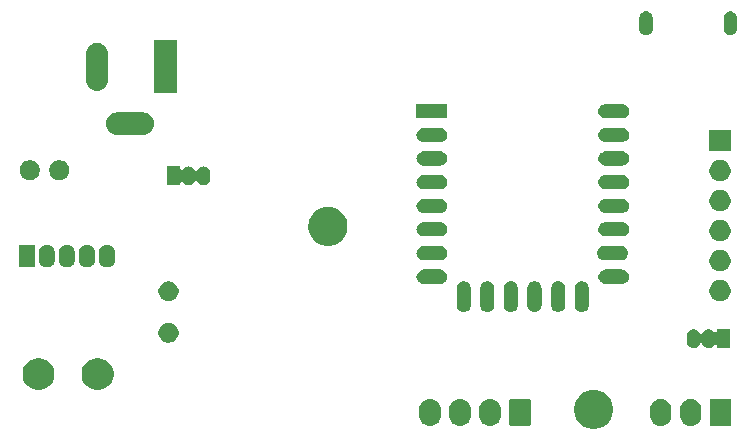
<source format=gbr>
G04 #@! TF.GenerationSoftware,KiCad,Pcbnew,(5.1.5)-3*
G04 #@! TF.CreationDate,2022-01-28T21:11:19+01:00*
G04 #@! TF.ProjectId,fanControl,66616e43-6f6e-4747-926f-6c2e6b696361,rev?*
G04 #@! TF.SameCoordinates,Original*
G04 #@! TF.FileFunction,Soldermask,Bot*
G04 #@! TF.FilePolarity,Negative*
%FSLAX46Y46*%
G04 Gerber Fmt 4.6, Leading zero omitted, Abs format (unit mm)*
G04 Created by KiCad (PCBNEW (5.1.5)-3) date 2022-01-28 21:11:19*
%MOMM*%
%LPD*%
G04 APERTURE LIST*
%ADD10C,0.100000*%
G04 APERTURE END LIST*
D10*
G36*
X193875256Y-89641298D02*
G01*
X193981579Y-89662447D01*
X194282042Y-89786903D01*
X194552451Y-89967585D01*
X194782415Y-90197549D01*
X194963097Y-90467958D01*
X195087553Y-90768421D01*
X195151000Y-91087391D01*
X195151000Y-91412609D01*
X195087553Y-91731579D01*
X194963097Y-92032042D01*
X194782415Y-92302451D01*
X194552451Y-92532415D01*
X194282042Y-92713097D01*
X193981579Y-92837553D01*
X193875256Y-92858702D01*
X193662611Y-92901000D01*
X193337389Y-92901000D01*
X193124744Y-92858702D01*
X193018421Y-92837553D01*
X192717958Y-92713097D01*
X192447549Y-92532415D01*
X192217585Y-92302451D01*
X192036903Y-92032042D01*
X191912447Y-91731579D01*
X191849000Y-91412609D01*
X191849000Y-91087391D01*
X191912447Y-90768421D01*
X192036903Y-90467958D01*
X192217585Y-90197549D01*
X192447549Y-89967585D01*
X192717958Y-89786903D01*
X193018421Y-89662447D01*
X193124744Y-89641298D01*
X193337389Y-89599000D01*
X193662611Y-89599000D01*
X193875256Y-89641298D01*
G37*
G36*
X179810548Y-90362326D02*
G01*
X179984157Y-90414990D01*
X180144156Y-90500511D01*
X180158612Y-90512375D01*
X180284397Y-90615603D01*
X180363729Y-90712271D01*
X180399489Y-90755844D01*
X180485010Y-90915843D01*
X180537674Y-91089452D01*
X180551000Y-91224757D01*
X180551000Y-91775244D01*
X180537674Y-91910548D01*
X180485010Y-92084157D01*
X180399489Y-92244156D01*
X180363729Y-92287729D01*
X180284397Y-92384397D01*
X180144155Y-92499489D01*
X179984156Y-92585010D01*
X179810547Y-92637674D01*
X179630000Y-92655456D01*
X179449452Y-92637674D01*
X179275843Y-92585010D01*
X179115844Y-92499489D01*
X179072271Y-92463729D01*
X178975603Y-92384397D01*
X178860511Y-92244155D01*
X178774991Y-92084158D01*
X178774990Y-92084156D01*
X178722326Y-91910547D01*
X178709000Y-91775243D01*
X178709000Y-91224756D01*
X178722326Y-91089452D01*
X178774990Y-90915843D01*
X178860512Y-90755844D01*
X178870832Y-90743269D01*
X178975604Y-90615603D01*
X179101389Y-90512375D01*
X179115845Y-90500511D01*
X179275844Y-90414990D01*
X179449453Y-90362326D01*
X179630000Y-90344544D01*
X179810548Y-90362326D01*
G37*
G36*
X184890548Y-90362326D02*
G01*
X185064157Y-90414990D01*
X185224156Y-90500511D01*
X185238612Y-90512375D01*
X185364397Y-90615603D01*
X185443729Y-90712271D01*
X185479489Y-90755844D01*
X185565010Y-90915843D01*
X185617674Y-91089452D01*
X185631000Y-91224757D01*
X185631000Y-91775244D01*
X185617674Y-91910548D01*
X185565010Y-92084157D01*
X185479489Y-92244156D01*
X185443729Y-92287729D01*
X185364397Y-92384397D01*
X185224155Y-92499489D01*
X185064156Y-92585010D01*
X184890547Y-92637674D01*
X184710000Y-92655456D01*
X184529452Y-92637674D01*
X184355843Y-92585010D01*
X184195844Y-92499489D01*
X184152271Y-92463729D01*
X184055603Y-92384397D01*
X183940511Y-92244155D01*
X183854991Y-92084158D01*
X183854990Y-92084156D01*
X183802326Y-91910547D01*
X183789000Y-91775243D01*
X183789000Y-91224756D01*
X183802326Y-91089452D01*
X183854990Y-90915843D01*
X183940512Y-90755844D01*
X183950832Y-90743269D01*
X184055604Y-90615603D01*
X184181389Y-90512375D01*
X184195845Y-90500511D01*
X184355844Y-90414990D01*
X184529453Y-90362326D01*
X184710000Y-90344544D01*
X184890548Y-90362326D01*
G37*
G36*
X182350548Y-90362326D02*
G01*
X182524157Y-90414990D01*
X182684156Y-90500511D01*
X182698612Y-90512375D01*
X182824397Y-90615603D01*
X182903729Y-90712271D01*
X182939489Y-90755844D01*
X183025010Y-90915843D01*
X183077674Y-91089452D01*
X183091000Y-91224757D01*
X183091000Y-91775244D01*
X183077674Y-91910548D01*
X183025010Y-92084157D01*
X182939489Y-92244156D01*
X182903729Y-92287729D01*
X182824397Y-92384397D01*
X182684155Y-92499489D01*
X182524156Y-92585010D01*
X182350547Y-92637674D01*
X182170000Y-92655456D01*
X181989452Y-92637674D01*
X181815843Y-92585010D01*
X181655844Y-92499489D01*
X181612271Y-92463729D01*
X181515603Y-92384397D01*
X181400511Y-92244155D01*
X181314991Y-92084158D01*
X181314990Y-92084156D01*
X181262326Y-91910547D01*
X181249000Y-91775243D01*
X181249000Y-91224756D01*
X181262326Y-91089452D01*
X181314990Y-90915843D01*
X181400512Y-90755844D01*
X181410832Y-90743269D01*
X181515604Y-90615603D01*
X181641389Y-90512375D01*
X181655845Y-90500511D01*
X181815844Y-90414990D01*
X181989453Y-90362326D01*
X182170000Y-90344544D01*
X182350548Y-90362326D01*
G37*
G36*
X199350548Y-90362326D02*
G01*
X199524157Y-90414990D01*
X199684156Y-90500511D01*
X199698612Y-90512375D01*
X199824397Y-90615603D01*
X199903729Y-90712271D01*
X199939489Y-90755844D01*
X200025010Y-90915843D01*
X200077674Y-91089452D01*
X200091000Y-91224757D01*
X200091000Y-91775244D01*
X200077674Y-91910548D01*
X200025010Y-92084157D01*
X199939489Y-92244156D01*
X199903729Y-92287729D01*
X199824397Y-92384397D01*
X199684155Y-92499489D01*
X199524156Y-92585010D01*
X199350547Y-92637674D01*
X199170000Y-92655456D01*
X198989452Y-92637674D01*
X198815843Y-92585010D01*
X198655844Y-92499489D01*
X198612271Y-92463729D01*
X198515603Y-92384397D01*
X198400511Y-92244155D01*
X198314991Y-92084158D01*
X198314990Y-92084156D01*
X198262326Y-91910547D01*
X198249000Y-91775243D01*
X198249000Y-91224756D01*
X198262326Y-91089452D01*
X198314990Y-90915843D01*
X198400512Y-90755844D01*
X198410832Y-90743269D01*
X198515604Y-90615603D01*
X198641389Y-90512375D01*
X198655845Y-90500511D01*
X198815844Y-90414990D01*
X198989453Y-90362326D01*
X199170000Y-90344544D01*
X199350548Y-90362326D01*
G37*
G36*
X201890548Y-90362326D02*
G01*
X202064157Y-90414990D01*
X202224156Y-90500511D01*
X202238612Y-90512375D01*
X202364397Y-90615603D01*
X202443729Y-90712271D01*
X202479489Y-90755844D01*
X202565010Y-90915843D01*
X202617674Y-91089452D01*
X202631000Y-91224757D01*
X202631000Y-91775244D01*
X202617674Y-91910548D01*
X202565010Y-92084157D01*
X202479489Y-92244156D01*
X202443729Y-92287729D01*
X202364397Y-92384397D01*
X202224155Y-92499489D01*
X202064156Y-92585010D01*
X201890547Y-92637674D01*
X201710000Y-92655456D01*
X201529452Y-92637674D01*
X201355843Y-92585010D01*
X201195844Y-92499489D01*
X201152271Y-92463729D01*
X201055603Y-92384397D01*
X200940511Y-92244155D01*
X200854991Y-92084158D01*
X200854990Y-92084156D01*
X200802326Y-91910547D01*
X200789000Y-91775243D01*
X200789000Y-91224756D01*
X200802326Y-91089452D01*
X200854990Y-90915843D01*
X200940512Y-90755844D01*
X200950832Y-90743269D01*
X201055604Y-90615603D01*
X201181389Y-90512375D01*
X201195845Y-90500511D01*
X201355844Y-90414990D01*
X201529453Y-90362326D01*
X201710000Y-90344544D01*
X201890548Y-90362326D01*
G37*
G36*
X205029561Y-90352966D02*
G01*
X205062383Y-90362923D01*
X205092632Y-90379092D01*
X205119148Y-90400852D01*
X205140908Y-90427368D01*
X205157077Y-90457617D01*
X205167034Y-90490439D01*
X205171000Y-90530713D01*
X205171000Y-92469287D01*
X205167034Y-92509561D01*
X205157077Y-92542383D01*
X205140908Y-92572632D01*
X205119148Y-92599148D01*
X205092632Y-92620908D01*
X205062383Y-92637077D01*
X205029561Y-92647034D01*
X204989287Y-92651000D01*
X203510713Y-92651000D01*
X203470439Y-92647034D01*
X203437617Y-92637077D01*
X203407368Y-92620908D01*
X203380852Y-92599148D01*
X203359092Y-92572632D01*
X203342923Y-92542383D01*
X203332966Y-92509561D01*
X203329000Y-92469287D01*
X203329000Y-90530713D01*
X203332966Y-90490439D01*
X203342923Y-90457617D01*
X203359092Y-90427368D01*
X203380852Y-90400852D01*
X203407368Y-90379092D01*
X203437617Y-90362923D01*
X203470439Y-90352966D01*
X203510713Y-90349000D01*
X204989287Y-90349000D01*
X205029561Y-90352966D01*
G37*
G36*
X188029561Y-90352966D02*
G01*
X188062383Y-90362923D01*
X188092632Y-90379092D01*
X188119148Y-90400852D01*
X188140908Y-90427368D01*
X188157077Y-90457617D01*
X188167034Y-90490439D01*
X188171000Y-90530713D01*
X188171000Y-92469287D01*
X188167034Y-92509561D01*
X188157077Y-92542383D01*
X188140908Y-92572632D01*
X188119148Y-92599148D01*
X188092632Y-92620908D01*
X188062383Y-92637077D01*
X188029561Y-92647034D01*
X187989287Y-92651000D01*
X186510713Y-92651000D01*
X186470439Y-92647034D01*
X186437617Y-92637077D01*
X186407368Y-92620908D01*
X186380852Y-92599148D01*
X186359092Y-92572632D01*
X186342923Y-92542383D01*
X186332966Y-92509561D01*
X186329000Y-92469287D01*
X186329000Y-90530713D01*
X186332966Y-90490439D01*
X186342923Y-90457617D01*
X186359092Y-90427368D01*
X186380852Y-90400852D01*
X186407368Y-90379092D01*
X186437617Y-90362923D01*
X186470439Y-90352966D01*
X186510713Y-90349000D01*
X187989287Y-90349000D01*
X188029561Y-90352966D01*
G37*
G36*
X146894072Y-86950918D02*
G01*
X147139939Y-87052759D01*
X147361212Y-87200610D01*
X147549390Y-87388788D01*
X147697241Y-87610061D01*
X147799082Y-87855928D01*
X147851000Y-88116938D01*
X147851000Y-88383062D01*
X147799082Y-88644072D01*
X147697241Y-88889939D01*
X147549390Y-89111212D01*
X147361212Y-89299390D01*
X147139939Y-89447241D01*
X147139938Y-89447242D01*
X147139937Y-89447242D01*
X146894072Y-89549082D01*
X146633063Y-89601000D01*
X146366937Y-89601000D01*
X146105928Y-89549082D01*
X145860063Y-89447242D01*
X145860062Y-89447242D01*
X145860061Y-89447241D01*
X145638788Y-89299390D01*
X145450610Y-89111212D01*
X145302759Y-88889939D01*
X145200918Y-88644072D01*
X145149000Y-88383062D01*
X145149000Y-88116938D01*
X145200918Y-87855928D01*
X145302759Y-87610061D01*
X145450610Y-87388788D01*
X145638788Y-87200610D01*
X145860061Y-87052759D01*
X146105928Y-86950918D01*
X146366937Y-86899000D01*
X146633063Y-86899000D01*
X146894072Y-86950918D01*
G37*
G36*
X151894072Y-86950918D02*
G01*
X152139939Y-87052759D01*
X152361212Y-87200610D01*
X152549390Y-87388788D01*
X152697241Y-87610061D01*
X152799082Y-87855928D01*
X152851000Y-88116938D01*
X152851000Y-88383062D01*
X152799082Y-88644072D01*
X152697241Y-88889939D01*
X152549390Y-89111212D01*
X152361212Y-89299390D01*
X152139939Y-89447241D01*
X152139938Y-89447242D01*
X152139937Y-89447242D01*
X151894072Y-89549082D01*
X151633063Y-89601000D01*
X151366937Y-89601000D01*
X151105928Y-89549082D01*
X150860063Y-89447242D01*
X150860062Y-89447242D01*
X150860061Y-89447241D01*
X150638788Y-89299390D01*
X150450610Y-89111212D01*
X150302759Y-88889939D01*
X150200918Y-88644072D01*
X150149000Y-88383062D01*
X150149000Y-88116938D01*
X150200918Y-87855928D01*
X150302759Y-87610061D01*
X150450610Y-87388788D01*
X150638788Y-87200610D01*
X150860061Y-87052759D01*
X151105928Y-86950918D01*
X151366937Y-86899000D01*
X151633063Y-86899000D01*
X151894072Y-86950918D01*
G37*
G36*
X203342916Y-84457334D02*
G01*
X203451492Y-84490271D01*
X203451495Y-84490272D01*
X203487601Y-84509571D01*
X203551557Y-84543756D01*
X203639264Y-84615736D01*
X203702383Y-84692646D01*
X203719702Y-84709965D01*
X203740077Y-84723579D01*
X203762716Y-84732957D01*
X203786749Y-84737737D01*
X203811253Y-84737737D01*
X203835286Y-84732957D01*
X203857925Y-84723579D01*
X203878299Y-84709966D01*
X203895626Y-84692639D01*
X203909240Y-84672264D01*
X203918618Y-84649625D01*
X203923398Y-84625592D01*
X203924000Y-84613340D01*
X203924000Y-84449000D01*
X205076000Y-84449000D01*
X205076000Y-86051000D01*
X203924000Y-86051000D01*
X203924000Y-85886660D01*
X203921598Y-85862274D01*
X203914485Y-85838825D01*
X203902934Y-85817214D01*
X203887389Y-85798272D01*
X203868447Y-85782727D01*
X203846836Y-85771176D01*
X203823387Y-85764063D01*
X203799001Y-85761661D01*
X203774615Y-85764063D01*
X203751166Y-85771176D01*
X203729555Y-85782727D01*
X203702381Y-85807356D01*
X203639264Y-85884264D01*
X203551556Y-85956244D01*
X203487600Y-85990429D01*
X203451494Y-86009728D01*
X203451491Y-86009729D01*
X203342915Y-86042666D01*
X203230000Y-86053787D01*
X203117084Y-86042666D01*
X203008508Y-86009729D01*
X203008505Y-86009728D01*
X202972399Y-85990429D01*
X202908443Y-85956244D01*
X202820736Y-85884264D01*
X202748756Y-85796556D01*
X202705239Y-85715140D01*
X202691625Y-85694766D01*
X202674298Y-85677439D01*
X202653924Y-85663825D01*
X202631285Y-85654448D01*
X202607251Y-85649668D01*
X202582747Y-85649668D01*
X202558714Y-85654449D01*
X202536075Y-85663826D01*
X202515701Y-85677440D01*
X202498374Y-85694767D01*
X202484762Y-85715140D01*
X202441244Y-85796557D01*
X202369264Y-85884264D01*
X202281556Y-85956244D01*
X202217600Y-85990429D01*
X202181494Y-86009728D01*
X202181491Y-86009729D01*
X202072915Y-86042666D01*
X201960000Y-86053787D01*
X201847084Y-86042666D01*
X201738508Y-86009729D01*
X201738505Y-86009728D01*
X201702399Y-85990429D01*
X201638443Y-85956244D01*
X201550736Y-85884264D01*
X201478756Y-85796556D01*
X201435239Y-85715140D01*
X201425272Y-85696494D01*
X201419492Y-85677440D01*
X201392334Y-85587915D01*
X201384000Y-85503297D01*
X201384000Y-84996702D01*
X201392334Y-84912084D01*
X201425271Y-84803508D01*
X201425272Y-84803505D01*
X201478756Y-84703445D01*
X201478757Y-84703443D01*
X201550737Y-84615736D01*
X201638444Y-84543756D01*
X201702400Y-84509571D01*
X201738506Y-84490272D01*
X201738509Y-84490271D01*
X201847085Y-84457334D01*
X201960000Y-84446213D01*
X202072916Y-84457334D01*
X202181492Y-84490271D01*
X202181495Y-84490272D01*
X202217601Y-84509571D01*
X202281557Y-84543756D01*
X202369264Y-84615736D01*
X202441244Y-84703443D01*
X202457019Y-84732957D01*
X202484761Y-84784859D01*
X202498375Y-84805234D01*
X202515702Y-84822561D01*
X202536076Y-84836174D01*
X202558715Y-84845552D01*
X202582748Y-84850332D01*
X202607252Y-84850332D01*
X202631285Y-84845552D01*
X202653924Y-84836174D01*
X202674299Y-84822560D01*
X202691626Y-84805233D01*
X202705239Y-84784859D01*
X202748756Y-84703445D01*
X202748757Y-84703443D01*
X202820737Y-84615736D01*
X202908444Y-84543756D01*
X202972400Y-84509571D01*
X203008506Y-84490272D01*
X203008509Y-84490271D01*
X203117085Y-84457334D01*
X203230000Y-84446213D01*
X203342916Y-84457334D01*
G37*
G36*
X157748228Y-83931703D02*
G01*
X157903100Y-83995853D01*
X158042481Y-84088985D01*
X158161015Y-84207519D01*
X158254147Y-84346900D01*
X158318297Y-84501772D01*
X158351000Y-84666184D01*
X158351000Y-84833816D01*
X158318297Y-84998228D01*
X158254147Y-85153100D01*
X158161015Y-85292481D01*
X158042481Y-85411015D01*
X157903100Y-85504147D01*
X157748228Y-85568297D01*
X157583816Y-85601000D01*
X157416184Y-85601000D01*
X157251772Y-85568297D01*
X157096900Y-85504147D01*
X156957519Y-85411015D01*
X156838985Y-85292481D01*
X156745853Y-85153100D01*
X156681703Y-84998228D01*
X156649000Y-84833816D01*
X156649000Y-84666184D01*
X156681703Y-84501772D01*
X156745853Y-84346900D01*
X156838985Y-84207519D01*
X156957519Y-84088985D01*
X157096900Y-83995853D01*
X157251772Y-83931703D01*
X157416184Y-83899000D01*
X157583816Y-83899000D01*
X157748228Y-83931703D01*
G37*
G36*
X192607817Y-80407696D02*
G01*
X192721104Y-80442062D01*
X192825511Y-80497869D01*
X192825513Y-80497870D01*
X192825512Y-80497870D01*
X192917027Y-80572973D01*
X192960254Y-80625646D01*
X192992131Y-80664488D01*
X193047938Y-80768895D01*
X193082304Y-80882182D01*
X193091000Y-80970481D01*
X193091000Y-82429519D01*
X193082304Y-82517818D01*
X193047938Y-82631105D01*
X192992131Y-82735512D01*
X192917027Y-82827027D01*
X192825512Y-82902131D01*
X192721105Y-82957938D01*
X192607818Y-82992304D01*
X192490000Y-83003907D01*
X192372183Y-82992304D01*
X192258896Y-82957938D01*
X192154489Y-82902131D01*
X192062974Y-82827027D01*
X191987870Y-82735512D01*
X191932063Y-82631105D01*
X191897697Y-82517818D01*
X191889001Y-82429519D01*
X191889000Y-80970482D01*
X191897696Y-80882183D01*
X191932062Y-80768896D01*
X191987869Y-80664489D01*
X192001338Y-80648077D01*
X192062973Y-80572973D01*
X192154487Y-80497870D01*
X192154486Y-80497870D01*
X192154488Y-80497869D01*
X192258895Y-80442062D01*
X192372182Y-80407696D01*
X192490000Y-80396093D01*
X192607817Y-80407696D01*
G37*
G36*
X184607817Y-80407696D02*
G01*
X184721104Y-80442062D01*
X184825511Y-80497869D01*
X184825513Y-80497870D01*
X184825512Y-80497870D01*
X184917027Y-80572973D01*
X184960254Y-80625646D01*
X184992131Y-80664488D01*
X185047938Y-80768895D01*
X185082304Y-80882182D01*
X185091000Y-80970481D01*
X185091000Y-82429519D01*
X185082304Y-82517818D01*
X185047938Y-82631105D01*
X184992131Y-82735512D01*
X184917027Y-82827027D01*
X184825512Y-82902131D01*
X184721105Y-82957938D01*
X184607818Y-82992304D01*
X184490000Y-83003907D01*
X184372183Y-82992304D01*
X184258896Y-82957938D01*
X184154489Y-82902131D01*
X184062974Y-82827027D01*
X183987870Y-82735512D01*
X183932063Y-82631105D01*
X183897697Y-82517818D01*
X183889001Y-82429519D01*
X183889000Y-80970482D01*
X183897696Y-80882183D01*
X183932062Y-80768896D01*
X183987869Y-80664489D01*
X184001338Y-80648077D01*
X184062973Y-80572973D01*
X184154487Y-80497870D01*
X184154486Y-80497870D01*
X184154488Y-80497869D01*
X184258895Y-80442062D01*
X184372182Y-80407696D01*
X184490000Y-80396093D01*
X184607817Y-80407696D01*
G37*
G36*
X182607817Y-80407696D02*
G01*
X182721104Y-80442062D01*
X182825511Y-80497869D01*
X182825513Y-80497870D01*
X182825512Y-80497870D01*
X182917027Y-80572973D01*
X182960254Y-80625646D01*
X182992131Y-80664488D01*
X183047938Y-80768895D01*
X183082304Y-80882182D01*
X183091000Y-80970481D01*
X183091000Y-82429519D01*
X183082304Y-82517818D01*
X183047938Y-82631105D01*
X182992131Y-82735512D01*
X182917027Y-82827027D01*
X182825512Y-82902131D01*
X182721105Y-82957938D01*
X182607818Y-82992304D01*
X182490000Y-83003907D01*
X182372183Y-82992304D01*
X182258896Y-82957938D01*
X182154489Y-82902131D01*
X182062974Y-82827027D01*
X181987870Y-82735512D01*
X181932063Y-82631105D01*
X181897697Y-82517818D01*
X181889001Y-82429519D01*
X181889000Y-80970482D01*
X181897696Y-80882183D01*
X181932062Y-80768896D01*
X181987869Y-80664489D01*
X182001338Y-80648077D01*
X182062973Y-80572973D01*
X182154487Y-80497870D01*
X182154486Y-80497870D01*
X182154488Y-80497869D01*
X182258895Y-80442062D01*
X182372182Y-80407696D01*
X182490000Y-80396093D01*
X182607817Y-80407696D01*
G37*
G36*
X186607817Y-80407696D02*
G01*
X186721104Y-80442062D01*
X186825511Y-80497869D01*
X186825513Y-80497870D01*
X186825512Y-80497870D01*
X186917027Y-80572973D01*
X186960254Y-80625646D01*
X186992131Y-80664488D01*
X187047938Y-80768895D01*
X187082304Y-80882182D01*
X187091000Y-80970481D01*
X187091000Y-82429519D01*
X187082304Y-82517818D01*
X187047938Y-82631105D01*
X186992131Y-82735512D01*
X186917027Y-82827027D01*
X186825512Y-82902131D01*
X186721105Y-82957938D01*
X186607818Y-82992304D01*
X186490000Y-83003907D01*
X186372183Y-82992304D01*
X186258896Y-82957938D01*
X186154489Y-82902131D01*
X186062974Y-82827027D01*
X185987870Y-82735512D01*
X185932063Y-82631105D01*
X185897697Y-82517818D01*
X185889001Y-82429519D01*
X185889000Y-80970482D01*
X185897696Y-80882183D01*
X185932062Y-80768896D01*
X185987869Y-80664489D01*
X186001338Y-80648077D01*
X186062973Y-80572973D01*
X186154487Y-80497870D01*
X186154486Y-80497870D01*
X186154488Y-80497869D01*
X186258895Y-80442062D01*
X186372182Y-80407696D01*
X186490000Y-80396093D01*
X186607817Y-80407696D01*
G37*
G36*
X190607817Y-80407696D02*
G01*
X190721104Y-80442062D01*
X190825511Y-80497869D01*
X190825513Y-80497870D01*
X190825512Y-80497870D01*
X190917027Y-80572973D01*
X190960254Y-80625646D01*
X190992131Y-80664488D01*
X191047938Y-80768895D01*
X191082304Y-80882182D01*
X191091000Y-80970481D01*
X191091000Y-82429519D01*
X191082304Y-82517818D01*
X191047938Y-82631105D01*
X190992131Y-82735512D01*
X190917027Y-82827027D01*
X190825512Y-82902131D01*
X190721105Y-82957938D01*
X190607818Y-82992304D01*
X190490000Y-83003907D01*
X190372183Y-82992304D01*
X190258896Y-82957938D01*
X190154489Y-82902131D01*
X190062974Y-82827027D01*
X189987870Y-82735512D01*
X189932063Y-82631105D01*
X189897697Y-82517818D01*
X189889001Y-82429519D01*
X189889000Y-80970482D01*
X189897696Y-80882183D01*
X189932062Y-80768896D01*
X189987869Y-80664489D01*
X190001338Y-80648077D01*
X190062973Y-80572973D01*
X190154487Y-80497870D01*
X190154486Y-80497870D01*
X190154488Y-80497869D01*
X190258895Y-80442062D01*
X190372182Y-80407696D01*
X190490000Y-80396093D01*
X190607817Y-80407696D01*
G37*
G36*
X188607817Y-80407696D02*
G01*
X188721104Y-80442062D01*
X188825511Y-80497869D01*
X188825513Y-80497870D01*
X188825512Y-80497870D01*
X188917027Y-80572973D01*
X188960254Y-80625646D01*
X188992131Y-80664488D01*
X189047938Y-80768895D01*
X189082304Y-80882182D01*
X189091000Y-80970481D01*
X189091000Y-82429519D01*
X189082304Y-82517818D01*
X189047938Y-82631105D01*
X188992131Y-82735512D01*
X188917027Y-82827027D01*
X188825512Y-82902131D01*
X188721105Y-82957938D01*
X188607818Y-82992304D01*
X188490000Y-83003907D01*
X188372183Y-82992304D01*
X188258896Y-82957938D01*
X188154489Y-82902131D01*
X188062974Y-82827027D01*
X187987870Y-82735512D01*
X187932063Y-82631105D01*
X187897697Y-82517818D01*
X187889001Y-82429519D01*
X187889000Y-80970482D01*
X187897696Y-80882183D01*
X187932062Y-80768896D01*
X187987869Y-80664489D01*
X188001338Y-80648077D01*
X188062973Y-80572973D01*
X188154487Y-80497870D01*
X188154486Y-80497870D01*
X188154488Y-80497869D01*
X188258895Y-80442062D01*
X188372182Y-80407696D01*
X188490000Y-80396093D01*
X188607817Y-80407696D01*
G37*
G36*
X157748228Y-80431703D02*
G01*
X157903100Y-80495853D01*
X158042481Y-80588985D01*
X158161015Y-80707519D01*
X158254147Y-80846900D01*
X158318297Y-81001772D01*
X158351000Y-81166184D01*
X158351000Y-81333816D01*
X158318297Y-81498228D01*
X158254147Y-81653100D01*
X158161015Y-81792481D01*
X158042481Y-81911015D01*
X157903100Y-82004147D01*
X157748228Y-82068297D01*
X157583816Y-82101000D01*
X157416184Y-82101000D01*
X157251772Y-82068297D01*
X157096900Y-82004147D01*
X156957519Y-81911015D01*
X156838985Y-81792481D01*
X156745853Y-81653100D01*
X156681703Y-81498228D01*
X156649000Y-81333816D01*
X156649000Y-81166184D01*
X156681703Y-81001772D01*
X156745853Y-80846900D01*
X156838985Y-80707519D01*
X156957519Y-80588985D01*
X157096900Y-80495853D01*
X157251772Y-80431703D01*
X157416184Y-80399000D01*
X157583816Y-80399000D01*
X157748228Y-80431703D01*
G37*
G36*
X204313512Y-80303927D02*
G01*
X204462812Y-80333624D01*
X204626784Y-80401544D01*
X204774354Y-80500147D01*
X204899853Y-80625646D01*
X204998456Y-80773216D01*
X205066376Y-80937188D01*
X205101000Y-81111259D01*
X205101000Y-81288741D01*
X205066376Y-81462812D01*
X204998456Y-81626784D01*
X204899853Y-81774354D01*
X204774354Y-81899853D01*
X204626784Y-81998456D01*
X204462812Y-82066376D01*
X204313512Y-82096073D01*
X204288742Y-82101000D01*
X204111258Y-82101000D01*
X204086488Y-82096073D01*
X203937188Y-82066376D01*
X203773216Y-81998456D01*
X203625646Y-81899853D01*
X203500147Y-81774354D01*
X203401544Y-81626784D01*
X203333624Y-81462812D01*
X203299000Y-81288741D01*
X203299000Y-81111259D01*
X203333624Y-80937188D01*
X203401544Y-80773216D01*
X203500147Y-80625646D01*
X203625646Y-80500147D01*
X203773216Y-80401544D01*
X203937188Y-80333624D01*
X204086488Y-80303927D01*
X204111258Y-80299000D01*
X204288742Y-80299000D01*
X204313512Y-80303927D01*
G37*
G36*
X196017818Y-79407696D02*
G01*
X196131105Y-79442062D01*
X196235512Y-79497869D01*
X196327027Y-79572973D01*
X196402131Y-79664488D01*
X196457938Y-79768895D01*
X196492304Y-79882182D01*
X196503907Y-80000000D01*
X196492304Y-80117818D01*
X196457938Y-80231105D01*
X196402131Y-80335512D01*
X196327027Y-80427027D01*
X196235512Y-80502131D01*
X196131105Y-80557938D01*
X196017818Y-80592304D01*
X195929519Y-80601000D01*
X194470481Y-80601000D01*
X194382182Y-80592304D01*
X194268895Y-80557938D01*
X194164488Y-80502131D01*
X194072973Y-80427027D01*
X193997869Y-80335512D01*
X193942062Y-80231105D01*
X193907696Y-80117818D01*
X193896093Y-80000000D01*
X193907696Y-79882182D01*
X193942062Y-79768895D01*
X193997869Y-79664488D01*
X194072973Y-79572973D01*
X194164488Y-79497869D01*
X194268895Y-79442062D01*
X194382182Y-79407696D01*
X194470481Y-79399000D01*
X195929519Y-79399000D01*
X196017818Y-79407696D01*
G37*
G36*
X180617818Y-79407696D02*
G01*
X180731105Y-79442062D01*
X180835512Y-79497869D01*
X180927027Y-79572973D01*
X181002131Y-79664488D01*
X181057938Y-79768895D01*
X181092304Y-79882182D01*
X181103907Y-80000000D01*
X181092304Y-80117818D01*
X181057938Y-80231105D01*
X181002131Y-80335512D01*
X180927027Y-80427027D01*
X180835512Y-80502131D01*
X180731105Y-80557938D01*
X180617818Y-80592304D01*
X180529519Y-80601000D01*
X179070481Y-80601000D01*
X178982182Y-80592304D01*
X178868895Y-80557938D01*
X178764488Y-80502131D01*
X178672973Y-80427027D01*
X178597869Y-80335512D01*
X178542062Y-80231105D01*
X178507696Y-80117818D01*
X178496093Y-80000000D01*
X178507696Y-79882182D01*
X178542062Y-79768895D01*
X178597869Y-79664488D01*
X178672973Y-79572973D01*
X178764488Y-79497869D01*
X178868895Y-79442062D01*
X178982182Y-79407696D01*
X179070481Y-79399000D01*
X180529519Y-79399000D01*
X180617818Y-79407696D01*
G37*
G36*
X204313512Y-77763927D02*
G01*
X204462812Y-77793624D01*
X204626784Y-77861544D01*
X204774354Y-77960147D01*
X204899853Y-78085646D01*
X204998456Y-78233216D01*
X205066376Y-78397188D01*
X205101000Y-78571259D01*
X205101000Y-78748741D01*
X205066376Y-78922812D01*
X204998456Y-79086784D01*
X204899853Y-79234354D01*
X204774354Y-79359853D01*
X204626784Y-79458456D01*
X204462812Y-79526376D01*
X204313512Y-79556073D01*
X204288742Y-79561000D01*
X204111258Y-79561000D01*
X204086488Y-79556073D01*
X203937188Y-79526376D01*
X203773216Y-79458456D01*
X203625646Y-79359853D01*
X203500147Y-79234354D01*
X203401544Y-79086784D01*
X203333624Y-78922812D01*
X203299000Y-78748741D01*
X203299000Y-78571259D01*
X203333624Y-78397188D01*
X203401544Y-78233216D01*
X203500147Y-78085646D01*
X203625646Y-77960147D01*
X203773216Y-77861544D01*
X203937188Y-77793624D01*
X204086488Y-77763927D01*
X204111258Y-77759000D01*
X204288742Y-77759000D01*
X204313512Y-77763927D01*
G37*
G36*
X150734969Y-77308962D02*
G01*
X150864751Y-77348331D01*
X150914144Y-77374733D01*
X150984359Y-77412263D01*
X151089199Y-77498302D01*
X151175237Y-77603140D01*
X151208028Y-77664487D01*
X151239169Y-77722748D01*
X151278538Y-77852530D01*
X151288500Y-77953679D01*
X151288500Y-78546321D01*
X151278538Y-78647470D01*
X151239169Y-78777252D01*
X151239166Y-78777257D01*
X151175237Y-78896860D01*
X151089199Y-79001699D01*
X150984360Y-79087737D01*
X150914145Y-79125267D01*
X150864752Y-79151669D01*
X150734970Y-79191038D01*
X150600000Y-79204331D01*
X150465031Y-79191038D01*
X150335249Y-79151669D01*
X150285856Y-79125267D01*
X150215641Y-79087737D01*
X150110802Y-79001699D01*
X150024765Y-78896862D01*
X150024764Y-78896861D01*
X149960831Y-78777252D01*
X149921462Y-78647470D01*
X149911500Y-78546321D01*
X149911500Y-77953680D01*
X149921462Y-77852531D01*
X149960831Y-77722749D01*
X150024764Y-77603140D01*
X150024765Y-77603139D01*
X150110802Y-77498301D01*
X150215640Y-77412263D01*
X150285855Y-77374733D01*
X150335248Y-77348331D01*
X150465030Y-77308962D01*
X150600000Y-77295669D01*
X150734969Y-77308962D01*
G37*
G36*
X152434969Y-77308962D02*
G01*
X152564751Y-77348331D01*
X152614144Y-77374733D01*
X152684359Y-77412263D01*
X152789199Y-77498302D01*
X152875237Y-77603140D01*
X152908028Y-77664487D01*
X152939169Y-77722748D01*
X152978538Y-77852530D01*
X152988500Y-77953679D01*
X152988500Y-78546321D01*
X152978538Y-78647470D01*
X152939169Y-78777252D01*
X152939166Y-78777257D01*
X152875237Y-78896860D01*
X152789199Y-79001699D01*
X152684360Y-79087737D01*
X152614145Y-79125267D01*
X152564752Y-79151669D01*
X152434970Y-79191038D01*
X152300000Y-79204331D01*
X152165031Y-79191038D01*
X152035249Y-79151669D01*
X151985856Y-79125267D01*
X151915641Y-79087737D01*
X151810802Y-79001699D01*
X151724765Y-78896862D01*
X151724764Y-78896861D01*
X151660831Y-78777252D01*
X151621462Y-78647470D01*
X151611500Y-78546321D01*
X151611500Y-77953680D01*
X151621462Y-77852531D01*
X151660831Y-77722749D01*
X151724764Y-77603140D01*
X151724765Y-77603139D01*
X151810802Y-77498301D01*
X151915640Y-77412263D01*
X151985855Y-77374733D01*
X152035248Y-77348331D01*
X152165030Y-77308962D01*
X152300000Y-77295669D01*
X152434969Y-77308962D01*
G37*
G36*
X149034969Y-77308962D02*
G01*
X149164751Y-77348331D01*
X149214144Y-77374733D01*
X149284359Y-77412263D01*
X149389199Y-77498302D01*
X149475237Y-77603140D01*
X149508028Y-77664487D01*
X149539169Y-77722748D01*
X149578538Y-77852530D01*
X149588500Y-77953679D01*
X149588500Y-78546321D01*
X149578538Y-78647470D01*
X149539169Y-78777252D01*
X149539166Y-78777257D01*
X149475237Y-78896860D01*
X149389199Y-79001699D01*
X149284360Y-79087737D01*
X149214145Y-79125267D01*
X149164752Y-79151669D01*
X149034970Y-79191038D01*
X148900000Y-79204331D01*
X148765031Y-79191038D01*
X148635249Y-79151669D01*
X148585856Y-79125267D01*
X148515641Y-79087737D01*
X148410802Y-79001699D01*
X148324765Y-78896862D01*
X148324764Y-78896861D01*
X148260831Y-78777252D01*
X148221462Y-78647470D01*
X148211500Y-78546321D01*
X148211500Y-77953680D01*
X148221462Y-77852531D01*
X148260831Y-77722749D01*
X148324764Y-77603140D01*
X148324765Y-77603139D01*
X148410802Y-77498301D01*
X148515640Y-77412263D01*
X148585855Y-77374733D01*
X148635248Y-77348331D01*
X148765030Y-77308962D01*
X148900000Y-77295669D01*
X149034969Y-77308962D01*
G37*
G36*
X147334969Y-77308962D02*
G01*
X147464751Y-77348331D01*
X147514144Y-77374733D01*
X147584359Y-77412263D01*
X147689199Y-77498302D01*
X147775237Y-77603140D01*
X147808028Y-77664487D01*
X147839169Y-77722748D01*
X147878538Y-77852530D01*
X147888500Y-77953679D01*
X147888500Y-78546321D01*
X147878538Y-78647470D01*
X147839169Y-78777252D01*
X147839166Y-78777257D01*
X147775237Y-78896860D01*
X147689199Y-79001699D01*
X147584360Y-79087737D01*
X147514145Y-79125267D01*
X147464752Y-79151669D01*
X147334970Y-79191038D01*
X147200000Y-79204331D01*
X147065031Y-79191038D01*
X146935249Y-79151669D01*
X146885856Y-79125267D01*
X146815641Y-79087737D01*
X146710802Y-79001699D01*
X146624765Y-78896862D01*
X146624764Y-78896861D01*
X146560831Y-78777252D01*
X146521462Y-78647470D01*
X146511500Y-78546321D01*
X146511500Y-77953680D01*
X146521462Y-77852531D01*
X146560831Y-77722749D01*
X146624764Y-77603140D01*
X146624765Y-77603139D01*
X146710802Y-77498301D01*
X146815640Y-77412263D01*
X146885855Y-77374733D01*
X146935248Y-77348331D01*
X147065030Y-77308962D01*
X147200000Y-77295669D01*
X147334969Y-77308962D01*
G37*
G36*
X146188500Y-79201000D02*
G01*
X144811500Y-79201000D01*
X144811500Y-77299000D01*
X146188500Y-77299000D01*
X146188500Y-79201000D01*
G37*
G36*
X180617818Y-77407696D02*
G01*
X180731105Y-77442062D01*
X180835512Y-77497869D01*
X180927027Y-77572973D01*
X181002131Y-77664488D01*
X181057938Y-77768895D01*
X181092304Y-77882182D01*
X181103907Y-78000000D01*
X181092304Y-78117818D01*
X181057938Y-78231105D01*
X181002131Y-78335512D01*
X180927027Y-78427027D01*
X180835512Y-78502131D01*
X180731105Y-78557938D01*
X180617818Y-78592304D01*
X180529519Y-78601000D01*
X179070481Y-78601000D01*
X178982182Y-78592304D01*
X178868895Y-78557938D01*
X178764488Y-78502131D01*
X178672973Y-78427027D01*
X178597869Y-78335512D01*
X178542062Y-78231105D01*
X178507696Y-78117818D01*
X178496093Y-78000000D01*
X178507696Y-77882182D01*
X178542062Y-77768895D01*
X178597869Y-77664488D01*
X178672973Y-77572973D01*
X178764488Y-77497869D01*
X178868895Y-77442062D01*
X178982182Y-77407696D01*
X179070481Y-77399000D01*
X180529519Y-77399000D01*
X180617818Y-77407696D01*
G37*
G36*
X195917818Y-77407696D02*
G01*
X196031105Y-77442062D01*
X196135512Y-77497869D01*
X196227027Y-77572973D01*
X196302131Y-77664488D01*
X196357938Y-77768895D01*
X196392304Y-77882182D01*
X196403907Y-78000000D01*
X196392304Y-78117818D01*
X196357938Y-78231105D01*
X196302131Y-78335512D01*
X196227027Y-78427027D01*
X196135512Y-78502131D01*
X196031105Y-78557938D01*
X195917818Y-78592304D01*
X195829519Y-78601000D01*
X194370481Y-78601000D01*
X194282182Y-78592304D01*
X194168895Y-78557938D01*
X194064488Y-78502131D01*
X193972973Y-78427027D01*
X193897869Y-78335512D01*
X193842062Y-78231105D01*
X193807696Y-78117818D01*
X193796093Y-78000000D01*
X193807696Y-77882182D01*
X193842062Y-77768895D01*
X193897869Y-77664488D01*
X193972973Y-77572973D01*
X194064488Y-77497869D01*
X194168895Y-77442062D01*
X194282182Y-77407696D01*
X194370481Y-77399000D01*
X195829519Y-77399000D01*
X195917818Y-77407696D01*
G37*
G36*
X171375256Y-74141298D02*
G01*
X171481579Y-74162447D01*
X171647334Y-74231105D01*
X171765020Y-74279852D01*
X171782042Y-74286903D01*
X172052451Y-74467585D01*
X172282415Y-74697549D01*
X172463097Y-74967958D01*
X172581424Y-75253624D01*
X172587553Y-75268422D01*
X172642697Y-75545646D01*
X172651000Y-75587391D01*
X172651000Y-75912609D01*
X172587553Y-76231579D01*
X172463097Y-76532042D01*
X172282415Y-76802451D01*
X172052451Y-77032415D01*
X171782042Y-77213097D01*
X171481579Y-77337553D01*
X171427394Y-77348331D01*
X171162611Y-77401000D01*
X170837389Y-77401000D01*
X170572606Y-77348331D01*
X170518421Y-77337553D01*
X170217958Y-77213097D01*
X169947549Y-77032415D01*
X169717585Y-76802451D01*
X169536903Y-76532042D01*
X169412447Y-76231579D01*
X169349000Y-75912609D01*
X169349000Y-75587391D01*
X169357304Y-75545646D01*
X169412447Y-75268422D01*
X169418577Y-75253624D01*
X169536903Y-74967958D01*
X169717585Y-74697549D01*
X169947549Y-74467585D01*
X170217958Y-74286903D01*
X170234981Y-74279852D01*
X170352666Y-74231105D01*
X170518421Y-74162447D01*
X170624744Y-74141298D01*
X170837389Y-74099000D01*
X171162611Y-74099000D01*
X171375256Y-74141298D01*
G37*
G36*
X204313512Y-75223927D02*
G01*
X204462812Y-75253624D01*
X204626784Y-75321544D01*
X204774354Y-75420147D01*
X204899853Y-75545646D01*
X204998456Y-75693216D01*
X205066376Y-75857188D01*
X205101000Y-76031259D01*
X205101000Y-76208741D01*
X205066376Y-76382812D01*
X204998456Y-76546784D01*
X204899853Y-76694354D01*
X204774354Y-76819853D01*
X204626784Y-76918456D01*
X204462812Y-76986376D01*
X204313512Y-77016073D01*
X204288742Y-77021000D01*
X204111258Y-77021000D01*
X204086488Y-77016073D01*
X203937188Y-76986376D01*
X203773216Y-76918456D01*
X203625646Y-76819853D01*
X203500147Y-76694354D01*
X203401544Y-76546784D01*
X203333624Y-76382812D01*
X203299000Y-76208741D01*
X203299000Y-76031259D01*
X203333624Y-75857188D01*
X203401544Y-75693216D01*
X203500147Y-75545646D01*
X203625646Y-75420147D01*
X203773216Y-75321544D01*
X203937188Y-75253624D01*
X204086488Y-75223927D01*
X204111258Y-75219000D01*
X204288742Y-75219000D01*
X204313512Y-75223927D01*
G37*
G36*
X180617818Y-75407696D02*
G01*
X180731105Y-75442062D01*
X180835512Y-75497869D01*
X180927027Y-75572973D01*
X181002131Y-75664488D01*
X181057938Y-75768895D01*
X181092304Y-75882182D01*
X181103907Y-76000000D01*
X181092304Y-76117818D01*
X181057938Y-76231105D01*
X181002131Y-76335512D01*
X180927027Y-76427027D01*
X180835512Y-76502131D01*
X180731105Y-76557938D01*
X180617818Y-76592304D01*
X180529519Y-76601000D01*
X179070481Y-76601000D01*
X178982182Y-76592304D01*
X178868895Y-76557938D01*
X178764488Y-76502131D01*
X178672973Y-76427027D01*
X178597869Y-76335512D01*
X178542062Y-76231105D01*
X178507696Y-76117818D01*
X178496093Y-76000000D01*
X178507696Y-75882182D01*
X178542062Y-75768895D01*
X178597869Y-75664488D01*
X178672973Y-75572973D01*
X178764488Y-75497869D01*
X178868895Y-75442062D01*
X178982182Y-75407696D01*
X179070481Y-75399000D01*
X180529519Y-75399000D01*
X180617818Y-75407696D01*
G37*
G36*
X196017818Y-75407696D02*
G01*
X196131105Y-75442062D01*
X196235512Y-75497869D01*
X196327027Y-75572973D01*
X196402131Y-75664488D01*
X196457938Y-75768895D01*
X196492304Y-75882182D01*
X196503907Y-76000000D01*
X196492304Y-76117818D01*
X196457938Y-76231105D01*
X196402131Y-76335512D01*
X196327027Y-76427027D01*
X196235512Y-76502131D01*
X196131105Y-76557938D01*
X196017818Y-76592304D01*
X195929519Y-76601000D01*
X194470481Y-76601000D01*
X194382182Y-76592304D01*
X194268895Y-76557938D01*
X194164488Y-76502131D01*
X194072973Y-76427027D01*
X193997869Y-76335512D01*
X193942062Y-76231105D01*
X193907696Y-76117818D01*
X193896093Y-76000000D01*
X193907696Y-75882182D01*
X193942062Y-75768895D01*
X193997869Y-75664488D01*
X194072973Y-75572973D01*
X194164488Y-75497869D01*
X194268895Y-75442062D01*
X194382182Y-75407696D01*
X194470481Y-75399000D01*
X195929519Y-75399000D01*
X196017818Y-75407696D01*
G37*
G36*
X180617818Y-73407696D02*
G01*
X180731105Y-73442062D01*
X180835512Y-73497869D01*
X180927027Y-73572973D01*
X181002131Y-73664488D01*
X181057938Y-73768895D01*
X181092304Y-73882182D01*
X181103907Y-74000000D01*
X181092304Y-74117818D01*
X181057938Y-74231105D01*
X181002131Y-74335512D01*
X180927027Y-74427027D01*
X180835512Y-74502131D01*
X180731105Y-74557938D01*
X180617818Y-74592304D01*
X180529519Y-74601000D01*
X179070481Y-74601000D01*
X178982182Y-74592304D01*
X178868895Y-74557938D01*
X178764488Y-74502131D01*
X178672973Y-74427027D01*
X178597869Y-74335512D01*
X178542062Y-74231105D01*
X178507696Y-74117818D01*
X178496093Y-74000000D01*
X178507696Y-73882182D01*
X178542062Y-73768895D01*
X178597869Y-73664488D01*
X178672973Y-73572973D01*
X178764488Y-73497869D01*
X178868895Y-73442062D01*
X178982182Y-73407696D01*
X179070481Y-73399000D01*
X180529519Y-73399000D01*
X180617818Y-73407696D01*
G37*
G36*
X196017818Y-73407696D02*
G01*
X196131105Y-73442062D01*
X196235512Y-73497869D01*
X196327027Y-73572973D01*
X196402131Y-73664488D01*
X196457938Y-73768895D01*
X196492304Y-73882182D01*
X196503907Y-74000000D01*
X196492304Y-74117818D01*
X196457938Y-74231105D01*
X196402131Y-74335512D01*
X196327027Y-74427027D01*
X196235512Y-74502131D01*
X196131105Y-74557938D01*
X196017818Y-74592304D01*
X195929519Y-74601000D01*
X194470481Y-74601000D01*
X194382182Y-74592304D01*
X194268895Y-74557938D01*
X194164488Y-74502131D01*
X194072973Y-74427027D01*
X193997869Y-74335512D01*
X193942062Y-74231105D01*
X193907696Y-74117818D01*
X193896093Y-74000000D01*
X193907696Y-73882182D01*
X193942062Y-73768895D01*
X193997869Y-73664488D01*
X194072973Y-73572973D01*
X194164488Y-73497869D01*
X194268895Y-73442062D01*
X194382182Y-73407696D01*
X194470481Y-73399000D01*
X195929519Y-73399000D01*
X196017818Y-73407696D01*
G37*
G36*
X204313512Y-72683927D02*
G01*
X204462812Y-72713624D01*
X204626784Y-72781544D01*
X204774354Y-72880147D01*
X204899853Y-73005646D01*
X204998456Y-73153216D01*
X205066376Y-73317188D01*
X205101000Y-73491259D01*
X205101000Y-73668741D01*
X205066376Y-73842812D01*
X204998456Y-74006784D01*
X204899853Y-74154354D01*
X204774354Y-74279853D01*
X204626784Y-74378456D01*
X204462812Y-74446376D01*
X204313512Y-74476073D01*
X204288742Y-74481000D01*
X204111258Y-74481000D01*
X204086488Y-74476073D01*
X203937188Y-74446376D01*
X203773216Y-74378456D01*
X203625646Y-74279853D01*
X203500147Y-74154354D01*
X203401544Y-74006784D01*
X203333624Y-73842812D01*
X203299000Y-73668741D01*
X203299000Y-73491259D01*
X203333624Y-73317188D01*
X203401544Y-73153216D01*
X203500147Y-73005646D01*
X203625646Y-72880147D01*
X203773216Y-72781544D01*
X203937188Y-72713624D01*
X204086488Y-72683927D01*
X204111258Y-72679000D01*
X204288742Y-72679000D01*
X204313512Y-72683927D01*
G37*
G36*
X180617818Y-71407696D02*
G01*
X180731105Y-71442062D01*
X180835512Y-71497869D01*
X180927027Y-71572973D01*
X181002131Y-71664488D01*
X181057938Y-71768895D01*
X181092304Y-71882182D01*
X181103907Y-72000000D01*
X181092304Y-72117818D01*
X181057938Y-72231105D01*
X181002131Y-72335512D01*
X180927027Y-72427027D01*
X180835512Y-72502131D01*
X180731105Y-72557938D01*
X180617818Y-72592304D01*
X180529519Y-72601000D01*
X179070481Y-72601000D01*
X178982182Y-72592304D01*
X178868895Y-72557938D01*
X178764488Y-72502131D01*
X178672973Y-72427027D01*
X178597869Y-72335512D01*
X178542062Y-72231105D01*
X178507696Y-72117818D01*
X178496093Y-72000000D01*
X178507696Y-71882182D01*
X178542062Y-71768895D01*
X178597869Y-71664488D01*
X178672973Y-71572973D01*
X178764488Y-71497869D01*
X178868895Y-71442062D01*
X178982182Y-71407696D01*
X179070481Y-71399000D01*
X180529519Y-71399000D01*
X180617818Y-71407696D01*
G37*
G36*
X196017818Y-71407696D02*
G01*
X196131105Y-71442062D01*
X196235512Y-71497869D01*
X196327027Y-71572973D01*
X196402131Y-71664488D01*
X196457938Y-71768895D01*
X196492304Y-71882182D01*
X196503907Y-72000000D01*
X196492304Y-72117818D01*
X196457938Y-72231105D01*
X196402131Y-72335512D01*
X196327027Y-72427027D01*
X196235512Y-72502131D01*
X196131105Y-72557938D01*
X196017818Y-72592304D01*
X195929519Y-72601000D01*
X194470481Y-72601000D01*
X194382182Y-72592304D01*
X194268895Y-72557938D01*
X194164488Y-72502131D01*
X194072973Y-72427027D01*
X193997869Y-72335512D01*
X193942062Y-72231105D01*
X193907696Y-72117818D01*
X193896093Y-72000000D01*
X193907696Y-71882182D01*
X193942062Y-71768895D01*
X193997869Y-71664488D01*
X194072973Y-71572973D01*
X194164488Y-71497869D01*
X194268895Y-71442062D01*
X194382182Y-71407696D01*
X194470481Y-71399000D01*
X195929519Y-71399000D01*
X196017818Y-71407696D01*
G37*
G36*
X160582915Y-70687334D02*
G01*
X160691491Y-70720271D01*
X160691494Y-70720272D01*
X160727600Y-70739571D01*
X160791556Y-70773756D01*
X160879264Y-70845736D01*
X160951244Y-70933443D01*
X160985429Y-70997399D01*
X161004728Y-71033505D01*
X161004729Y-71033508D01*
X161037666Y-71142084D01*
X161046000Y-71226702D01*
X161046000Y-71733297D01*
X161037666Y-71817916D01*
X161005252Y-71924767D01*
X161004728Y-71926495D01*
X160994761Y-71945141D01*
X160951244Y-72026557D01*
X160879264Y-72114264D01*
X160791557Y-72186244D01*
X160727601Y-72220429D01*
X160691495Y-72239728D01*
X160691492Y-72239729D01*
X160582916Y-72272666D01*
X160470000Y-72283787D01*
X160357085Y-72272666D01*
X160248509Y-72239729D01*
X160248506Y-72239728D01*
X160212400Y-72220429D01*
X160148444Y-72186244D01*
X160060737Y-72114264D01*
X159988757Y-72026557D01*
X159945239Y-71945141D01*
X159931625Y-71924766D01*
X159914298Y-71907439D01*
X159893924Y-71893826D01*
X159871285Y-71884448D01*
X159847252Y-71879668D01*
X159822748Y-71879668D01*
X159798715Y-71884448D01*
X159776076Y-71893826D01*
X159755701Y-71907440D01*
X159738374Y-71924767D01*
X159724761Y-71945141D01*
X159681244Y-72026557D01*
X159609264Y-72114264D01*
X159521557Y-72186244D01*
X159457601Y-72220429D01*
X159421495Y-72239728D01*
X159421492Y-72239729D01*
X159312916Y-72272666D01*
X159200000Y-72283787D01*
X159087085Y-72272666D01*
X158978509Y-72239729D01*
X158978506Y-72239728D01*
X158942400Y-72220429D01*
X158878444Y-72186244D01*
X158790737Y-72114264D01*
X158727622Y-72037359D01*
X158710297Y-72020034D01*
X158689923Y-72006420D01*
X158667284Y-71997043D01*
X158643250Y-71992263D01*
X158618746Y-71992263D01*
X158594713Y-71997044D01*
X158572074Y-72006421D01*
X158551700Y-72020035D01*
X158534373Y-72037362D01*
X158520759Y-72057736D01*
X158511382Y-72080375D01*
X158506000Y-72116660D01*
X158506000Y-72281000D01*
X157354000Y-72281000D01*
X157354000Y-70679000D01*
X158506000Y-70679000D01*
X158506000Y-70843341D01*
X158508402Y-70867727D01*
X158515515Y-70891176D01*
X158527066Y-70912787D01*
X158542611Y-70931729D01*
X158561553Y-70947274D01*
X158583164Y-70958825D01*
X158606613Y-70965938D01*
X158630999Y-70968340D01*
X158655385Y-70965938D01*
X158678834Y-70958825D01*
X158700445Y-70947274D01*
X158719387Y-70931729D01*
X158727608Y-70922657D01*
X158790736Y-70845736D01*
X158878443Y-70773756D01*
X158942399Y-70739571D01*
X158978505Y-70720272D01*
X158978508Y-70720271D01*
X159087084Y-70687334D01*
X159200000Y-70676213D01*
X159312915Y-70687334D01*
X159421491Y-70720271D01*
X159421494Y-70720272D01*
X159457600Y-70739571D01*
X159521556Y-70773756D01*
X159609264Y-70845736D01*
X159681244Y-70933443D01*
X159724761Y-71014859D01*
X159738375Y-71035234D01*
X159755702Y-71052561D01*
X159776076Y-71066174D01*
X159798715Y-71075552D01*
X159822748Y-71080332D01*
X159847252Y-71080332D01*
X159871285Y-71075552D01*
X159893924Y-71066174D01*
X159914299Y-71052560D01*
X159931626Y-71035233D01*
X159945239Y-71014860D01*
X159988756Y-70933444D01*
X160060736Y-70845736D01*
X160148443Y-70773756D01*
X160212399Y-70739571D01*
X160248505Y-70720272D01*
X160248508Y-70720271D01*
X160357084Y-70687334D01*
X160470000Y-70676213D01*
X160582915Y-70687334D01*
G37*
G36*
X204313512Y-70143927D02*
G01*
X204462812Y-70173624D01*
X204626784Y-70241544D01*
X204774354Y-70340147D01*
X204899853Y-70465646D01*
X204998456Y-70613216D01*
X205066376Y-70777188D01*
X205095307Y-70922639D01*
X205100208Y-70947274D01*
X205101000Y-70951259D01*
X205101000Y-71128741D01*
X205066376Y-71302812D01*
X204998456Y-71466784D01*
X204899853Y-71614354D01*
X204774354Y-71739853D01*
X204626784Y-71838456D01*
X204462812Y-71906376D01*
X204313512Y-71936073D01*
X204288742Y-71941000D01*
X204111258Y-71941000D01*
X204086488Y-71936073D01*
X203937188Y-71906376D01*
X203773216Y-71838456D01*
X203625646Y-71739853D01*
X203500147Y-71614354D01*
X203401544Y-71466784D01*
X203333624Y-71302812D01*
X203299000Y-71128741D01*
X203299000Y-70951259D01*
X203299793Y-70947274D01*
X203304693Y-70922639D01*
X203333624Y-70777188D01*
X203401544Y-70613216D01*
X203500147Y-70465646D01*
X203625646Y-70340147D01*
X203773216Y-70241544D01*
X203937188Y-70173624D01*
X204086488Y-70143927D01*
X204111258Y-70139000D01*
X204288742Y-70139000D01*
X204313512Y-70143927D01*
G37*
G36*
X145998228Y-70181703D02*
G01*
X146153100Y-70245853D01*
X146292481Y-70338985D01*
X146411015Y-70457519D01*
X146504147Y-70596900D01*
X146568297Y-70751772D01*
X146601000Y-70916184D01*
X146601000Y-71083816D01*
X146568297Y-71248228D01*
X146504147Y-71403100D01*
X146411015Y-71542481D01*
X146292481Y-71661015D01*
X146153100Y-71754147D01*
X145998228Y-71818297D01*
X145833816Y-71851000D01*
X145666184Y-71851000D01*
X145501772Y-71818297D01*
X145346900Y-71754147D01*
X145207519Y-71661015D01*
X145088985Y-71542481D01*
X144995853Y-71403100D01*
X144931703Y-71248228D01*
X144899000Y-71083816D01*
X144899000Y-70916184D01*
X144931703Y-70751772D01*
X144995853Y-70596900D01*
X145088985Y-70457519D01*
X145207519Y-70338985D01*
X145346900Y-70245853D01*
X145501772Y-70181703D01*
X145666184Y-70149000D01*
X145833816Y-70149000D01*
X145998228Y-70181703D01*
G37*
G36*
X148498228Y-70181703D02*
G01*
X148653100Y-70245853D01*
X148792481Y-70338985D01*
X148911015Y-70457519D01*
X149004147Y-70596900D01*
X149068297Y-70751772D01*
X149101000Y-70916184D01*
X149101000Y-71083816D01*
X149068297Y-71248228D01*
X149004147Y-71403100D01*
X148911015Y-71542481D01*
X148792481Y-71661015D01*
X148653100Y-71754147D01*
X148498228Y-71818297D01*
X148333816Y-71851000D01*
X148166184Y-71851000D01*
X148001772Y-71818297D01*
X147846900Y-71754147D01*
X147707519Y-71661015D01*
X147588985Y-71542481D01*
X147495853Y-71403100D01*
X147431703Y-71248228D01*
X147399000Y-71083816D01*
X147399000Y-70916184D01*
X147431703Y-70751772D01*
X147495853Y-70596900D01*
X147588985Y-70457519D01*
X147707519Y-70338985D01*
X147846900Y-70245853D01*
X148001772Y-70181703D01*
X148166184Y-70149000D01*
X148333816Y-70149000D01*
X148498228Y-70181703D01*
G37*
G36*
X196017818Y-69407696D02*
G01*
X196131105Y-69442062D01*
X196235512Y-69497869D01*
X196327027Y-69572973D01*
X196402131Y-69664488D01*
X196457938Y-69768895D01*
X196492304Y-69882182D01*
X196503907Y-70000000D01*
X196492304Y-70117818D01*
X196457938Y-70231105D01*
X196402131Y-70335512D01*
X196327027Y-70427027D01*
X196235512Y-70502131D01*
X196131105Y-70557938D01*
X196017818Y-70592304D01*
X195929519Y-70601000D01*
X194470481Y-70601000D01*
X194382182Y-70592304D01*
X194268895Y-70557938D01*
X194164488Y-70502131D01*
X194072973Y-70427027D01*
X193997869Y-70335512D01*
X193942062Y-70231105D01*
X193907696Y-70117818D01*
X193896093Y-70000000D01*
X193907696Y-69882182D01*
X193942062Y-69768895D01*
X193997869Y-69664488D01*
X194072973Y-69572973D01*
X194164488Y-69497869D01*
X194268895Y-69442062D01*
X194382182Y-69407696D01*
X194470481Y-69399000D01*
X195929519Y-69399000D01*
X196017818Y-69407696D01*
G37*
G36*
X180617818Y-69407696D02*
G01*
X180731105Y-69442062D01*
X180835512Y-69497869D01*
X180927027Y-69572973D01*
X181002131Y-69664488D01*
X181057938Y-69768895D01*
X181092304Y-69882182D01*
X181103907Y-70000000D01*
X181092304Y-70117818D01*
X181057938Y-70231105D01*
X181002131Y-70335512D01*
X180927027Y-70427027D01*
X180835512Y-70502131D01*
X180731105Y-70557938D01*
X180617818Y-70592304D01*
X180529519Y-70601000D01*
X179070481Y-70601000D01*
X178982182Y-70592304D01*
X178868895Y-70557938D01*
X178764488Y-70502131D01*
X178672973Y-70427027D01*
X178597869Y-70335512D01*
X178542062Y-70231105D01*
X178507696Y-70117818D01*
X178496093Y-70000000D01*
X178507696Y-69882182D01*
X178542062Y-69768895D01*
X178597869Y-69664488D01*
X178672973Y-69572973D01*
X178764488Y-69497869D01*
X178868895Y-69442062D01*
X178982182Y-69407696D01*
X179070481Y-69399000D01*
X180529519Y-69399000D01*
X180617818Y-69407696D01*
G37*
G36*
X205101000Y-69401000D02*
G01*
X203299000Y-69401000D01*
X203299000Y-67599000D01*
X205101000Y-67599000D01*
X205101000Y-69401000D01*
G37*
G36*
X196017818Y-67407696D02*
G01*
X196131105Y-67442062D01*
X196235512Y-67497869D01*
X196327027Y-67572973D01*
X196402131Y-67664488D01*
X196457938Y-67768895D01*
X196492304Y-67882182D01*
X196503907Y-68000000D01*
X196492304Y-68117818D01*
X196457938Y-68231105D01*
X196402131Y-68335512D01*
X196327027Y-68427027D01*
X196235512Y-68502131D01*
X196131105Y-68557938D01*
X196017818Y-68592304D01*
X195929519Y-68601000D01*
X194470481Y-68601000D01*
X194382182Y-68592304D01*
X194268895Y-68557938D01*
X194164488Y-68502131D01*
X194072973Y-68427027D01*
X193997869Y-68335512D01*
X193942062Y-68231105D01*
X193907696Y-68117818D01*
X193896093Y-68000000D01*
X193907696Y-67882182D01*
X193942062Y-67768895D01*
X193997869Y-67664488D01*
X194072973Y-67572973D01*
X194164488Y-67497869D01*
X194268895Y-67442062D01*
X194382182Y-67407696D01*
X194470481Y-67399000D01*
X195929519Y-67399000D01*
X196017818Y-67407696D01*
G37*
G36*
X180617818Y-67407696D02*
G01*
X180731105Y-67442062D01*
X180835512Y-67497869D01*
X180927027Y-67572973D01*
X181002131Y-67664488D01*
X181057938Y-67768895D01*
X181092304Y-67882182D01*
X181103907Y-68000000D01*
X181092304Y-68117818D01*
X181057938Y-68231105D01*
X181002131Y-68335512D01*
X180927027Y-68427027D01*
X180835512Y-68502131D01*
X180731105Y-68557938D01*
X180617818Y-68592304D01*
X180529519Y-68601000D01*
X179070481Y-68601000D01*
X178982182Y-68592304D01*
X178868895Y-68557938D01*
X178764488Y-68502131D01*
X178672973Y-68427027D01*
X178597869Y-68335512D01*
X178542062Y-68231105D01*
X178507696Y-68117818D01*
X178496093Y-68000000D01*
X178507696Y-67882182D01*
X178542062Y-67768895D01*
X178597869Y-67664488D01*
X178672973Y-67572973D01*
X178764488Y-67497869D01*
X178868895Y-67442062D01*
X178982182Y-67407696D01*
X179070481Y-67399000D01*
X180529519Y-67399000D01*
X180617818Y-67407696D01*
G37*
G36*
X155536425Y-66112760D02*
G01*
X155536428Y-66112761D01*
X155536429Y-66112761D01*
X155715693Y-66167140D01*
X155715696Y-66167142D01*
X155715697Y-66167142D01*
X155880903Y-66255446D01*
X156025712Y-66374288D01*
X156144554Y-66519097D01*
X156232858Y-66684303D01*
X156232860Y-66684307D01*
X156287239Y-66863571D01*
X156287240Y-66863575D01*
X156305601Y-67050000D01*
X156287240Y-67236425D01*
X156287239Y-67236428D01*
X156287239Y-67236429D01*
X156232860Y-67415693D01*
X156232858Y-67415696D01*
X156232858Y-67415697D01*
X156144554Y-67580903D01*
X156025712Y-67725712D01*
X155880903Y-67844554D01*
X155715697Y-67932858D01*
X155715693Y-67932860D01*
X155536429Y-67987239D01*
X155536428Y-67987239D01*
X155536425Y-67987240D01*
X155396718Y-68001000D01*
X153103282Y-68001000D01*
X152963575Y-67987240D01*
X152963572Y-67987239D01*
X152963571Y-67987239D01*
X152784307Y-67932860D01*
X152784303Y-67932858D01*
X152619097Y-67844554D01*
X152474288Y-67725712D01*
X152355446Y-67580903D01*
X152267142Y-67415697D01*
X152267142Y-67415696D01*
X152267140Y-67415693D01*
X152212761Y-67236429D01*
X152212761Y-67236428D01*
X152212760Y-67236425D01*
X152194399Y-67050000D01*
X152212760Y-66863575D01*
X152212761Y-66863571D01*
X152267140Y-66684307D01*
X152267142Y-66684303D01*
X152355446Y-66519097D01*
X152474288Y-66374288D01*
X152619097Y-66255446D01*
X152784303Y-66167142D01*
X152784304Y-66167142D01*
X152784307Y-66167140D01*
X152963571Y-66112761D01*
X152963572Y-66112761D01*
X152963575Y-66112760D01*
X153103282Y-66099000D01*
X155396718Y-66099000D01*
X155536425Y-66112760D01*
G37*
G36*
X196017818Y-65407696D02*
G01*
X196131105Y-65442062D01*
X196235512Y-65497869D01*
X196327027Y-65572973D01*
X196402131Y-65664488D01*
X196457938Y-65768895D01*
X196492304Y-65882182D01*
X196503907Y-66000000D01*
X196492304Y-66117818D01*
X196457938Y-66231105D01*
X196402131Y-66335512D01*
X196327027Y-66427027D01*
X196235512Y-66502131D01*
X196131105Y-66557938D01*
X196017818Y-66592304D01*
X195929519Y-66601000D01*
X194470481Y-66601000D01*
X194382182Y-66592304D01*
X194268895Y-66557938D01*
X194164488Y-66502131D01*
X194072973Y-66427027D01*
X193997869Y-66335512D01*
X193942062Y-66231105D01*
X193907696Y-66117818D01*
X193896093Y-66000000D01*
X193907696Y-65882182D01*
X193942062Y-65768895D01*
X193997869Y-65664488D01*
X194072973Y-65572973D01*
X194164488Y-65497869D01*
X194268895Y-65442062D01*
X194382182Y-65407696D01*
X194470481Y-65399000D01*
X195929519Y-65399000D01*
X196017818Y-65407696D01*
G37*
G36*
X181101000Y-66601000D02*
G01*
X178499000Y-66601000D01*
X178499000Y-65399000D01*
X181101000Y-65399000D01*
X181101000Y-66601000D01*
G37*
G36*
X158201000Y-64501000D02*
G01*
X156299000Y-64501000D01*
X156299000Y-59999000D01*
X158201000Y-59999000D01*
X158201000Y-64501000D01*
G37*
G36*
X151636425Y-60212760D02*
G01*
X151636428Y-60212761D01*
X151636429Y-60212761D01*
X151815693Y-60267140D01*
X151815696Y-60267142D01*
X151815697Y-60267142D01*
X151980903Y-60355446D01*
X152125712Y-60474288D01*
X152244554Y-60619097D01*
X152332858Y-60784303D01*
X152332860Y-60784307D01*
X152387239Y-60963571D01*
X152387240Y-60963575D01*
X152401000Y-61103282D01*
X152401000Y-63396718D01*
X152387240Y-63536425D01*
X152387239Y-63536428D01*
X152387239Y-63536429D01*
X152332860Y-63715693D01*
X152332858Y-63715696D01*
X152332858Y-63715697D01*
X152244554Y-63880903D01*
X152125712Y-64025712D01*
X151980903Y-64144554D01*
X151815696Y-64232858D01*
X151815692Y-64232860D01*
X151636428Y-64287239D01*
X151636427Y-64287239D01*
X151636424Y-64287240D01*
X151450000Y-64305601D01*
X151263575Y-64287240D01*
X151263572Y-64287239D01*
X151263571Y-64287239D01*
X151084307Y-64232860D01*
X151084303Y-64232858D01*
X150919097Y-64144554D01*
X150774288Y-64025712D01*
X150655446Y-63880903D01*
X150567142Y-63715696D01*
X150567141Y-63715693D01*
X150567140Y-63715692D01*
X150512761Y-63536428D01*
X150512761Y-63536427D01*
X150512760Y-63536424D01*
X150499000Y-63396717D01*
X150499001Y-61103282D01*
X150512761Y-60963575D01*
X150512762Y-60963571D01*
X150567141Y-60784307D01*
X150567143Y-60784303D01*
X150655447Y-60619097D01*
X150774289Y-60474288D01*
X150919098Y-60355446D01*
X151084304Y-60267142D01*
X151084305Y-60267142D01*
X151084308Y-60267140D01*
X151263572Y-60212761D01*
X151263573Y-60212761D01*
X151263576Y-60212760D01*
X151450000Y-60194399D01*
X151636425Y-60212760D01*
G37*
G36*
X205187915Y-57557334D02*
G01*
X205296491Y-57590271D01*
X205296494Y-57590272D01*
X205332600Y-57609571D01*
X205396556Y-57643756D01*
X205484264Y-57715736D01*
X205556244Y-57803443D01*
X205590429Y-57867399D01*
X205609728Y-57903505D01*
X205609728Y-57903506D01*
X205609729Y-57903508D01*
X205642666Y-58012084D01*
X205651000Y-58096702D01*
X205651000Y-59003298D01*
X205642666Y-59087916D01*
X205609729Y-59196491D01*
X205609728Y-59196495D01*
X205590429Y-59232601D01*
X205556244Y-59296557D01*
X205484264Y-59384264D01*
X205396557Y-59456244D01*
X205332601Y-59490429D01*
X205296495Y-59509728D01*
X205296492Y-59509729D01*
X205187916Y-59542666D01*
X205075000Y-59553787D01*
X204962085Y-59542666D01*
X204853509Y-59509729D01*
X204853506Y-59509728D01*
X204817400Y-59490429D01*
X204753444Y-59456244D01*
X204665737Y-59384264D01*
X204593757Y-59296557D01*
X204559572Y-59232601D01*
X204540273Y-59196495D01*
X204540272Y-59196491D01*
X204507335Y-59087916D01*
X204499000Y-59003298D01*
X204499000Y-58096703D01*
X204507334Y-58012085D01*
X204540271Y-57903509D01*
X204540272Y-57903506D01*
X204559571Y-57867400D01*
X204593756Y-57803444D01*
X204665736Y-57715736D01*
X204753443Y-57643756D01*
X204817399Y-57609571D01*
X204853505Y-57590272D01*
X204853508Y-57590271D01*
X204962084Y-57557334D01*
X205075000Y-57546213D01*
X205187915Y-57557334D01*
G37*
G36*
X198037916Y-57557334D02*
G01*
X198146492Y-57590271D01*
X198146495Y-57590272D01*
X198182601Y-57609571D01*
X198246557Y-57643756D01*
X198334264Y-57715736D01*
X198406244Y-57803443D01*
X198440429Y-57867399D01*
X198459728Y-57903505D01*
X198459728Y-57903506D01*
X198459729Y-57903508D01*
X198492666Y-58012084D01*
X198501000Y-58096702D01*
X198501000Y-59003298D01*
X198492666Y-59087916D01*
X198459729Y-59196491D01*
X198459728Y-59196495D01*
X198440429Y-59232601D01*
X198406244Y-59296557D01*
X198334264Y-59384264D01*
X198246556Y-59456244D01*
X198182600Y-59490429D01*
X198146494Y-59509728D01*
X198146491Y-59509729D01*
X198037915Y-59542666D01*
X197925000Y-59553787D01*
X197812084Y-59542666D01*
X197703508Y-59509729D01*
X197703505Y-59509728D01*
X197667399Y-59490429D01*
X197603443Y-59456244D01*
X197515736Y-59384264D01*
X197443756Y-59296556D01*
X197390273Y-59196495D01*
X197390272Y-59196494D01*
X197390271Y-59196491D01*
X197357334Y-59087915D01*
X197349000Y-59003297D01*
X197349000Y-58096702D01*
X197357335Y-58012084D01*
X197390272Y-57903508D01*
X197390273Y-57903506D01*
X197390273Y-57903505D01*
X197409572Y-57867399D01*
X197443757Y-57803443D01*
X197515737Y-57715736D01*
X197603444Y-57643756D01*
X197667400Y-57609571D01*
X197703506Y-57590272D01*
X197703509Y-57590271D01*
X197812085Y-57557334D01*
X197925000Y-57546213D01*
X198037916Y-57557334D01*
G37*
M02*

</source>
